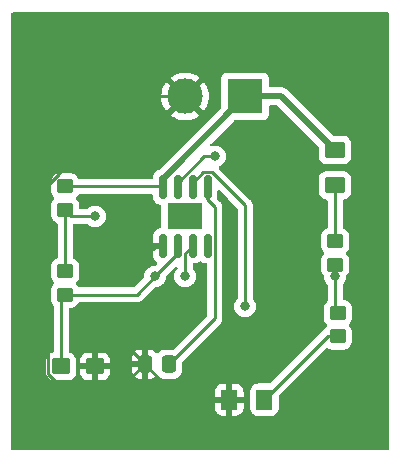
<source format=gbr>
%TF.GenerationSoftware,KiCad,Pcbnew,(6.0.10-0)*%
%TF.CreationDate,2023-02-17T12:22:24-08:00*%
%TF.ProjectId,Lab 1 Exercise 2,4c616220-3120-4457-9865-726369736520,rev?*%
%TF.SameCoordinates,Original*%
%TF.FileFunction,Copper,L1,Top*%
%TF.FilePolarity,Positive*%
%FSLAX46Y46*%
G04 Gerber Fmt 4.6, Leading zero omitted, Abs format (unit mm)*
G04 Created by KiCad (PCBNEW (6.0.10-0)) date 2023-02-17 12:22:24*
%MOMM*%
%LPD*%
G01*
G04 APERTURE LIST*
G04 Aperture macros list*
%AMRoundRect*
0 Rectangle with rounded corners*
0 $1 Rounding radius*
0 $2 $3 $4 $5 $6 $7 $8 $9 X,Y pos of 4 corners*
0 Add a 4 corners polygon primitive as box body*
4,1,4,$2,$3,$4,$5,$6,$7,$8,$9,$2,$3,0*
0 Add four circle primitives for the rounded corners*
1,1,$1+$1,$2,$3*
1,1,$1+$1,$4,$5*
1,1,$1+$1,$6,$7*
1,1,$1+$1,$8,$9*
0 Add four rect primitives between the rounded corners*
20,1,$1+$1,$2,$3,$4,$5,0*
20,1,$1+$1,$4,$5,$6,$7,0*
20,1,$1+$1,$6,$7,$8,$9,0*
20,1,$1+$1,$8,$9,$2,$3,0*%
G04 Aperture macros list end*
%TA.AperFunction,SMDPad,CuDef*%
%ADD10RoundRect,0.250000X-0.450000X0.350000X-0.450000X-0.350000X0.450000X-0.350000X0.450000X0.350000X0*%
%TD*%
%TA.AperFunction,SMDPad,CuDef*%
%ADD11RoundRect,0.150000X0.150000X-0.825000X0.150000X0.825000X-0.150000X0.825000X-0.150000X-0.825000X0*%
%TD*%
%TA.AperFunction,SMDPad,CuDef*%
%ADD12R,3.000000X2.290000*%
%TD*%
%TA.AperFunction,SMDPad,CuDef*%
%ADD13RoundRect,0.250001X0.624999X-0.462499X0.624999X0.462499X-0.624999X0.462499X-0.624999X-0.462499X0*%
%TD*%
%TA.AperFunction,SMDPad,CuDef*%
%ADD14RoundRect,0.250000X-0.537500X-0.425000X0.537500X-0.425000X0.537500X0.425000X-0.537500X0.425000X0*%
%TD*%
%TA.AperFunction,SMDPad,CuDef*%
%ADD15RoundRect,0.250001X-0.462499X-0.624999X0.462499X-0.624999X0.462499X0.624999X-0.462499X0.624999X0*%
%TD*%
%TA.AperFunction,ComponentPad*%
%ADD16R,3.000000X3.000000*%
%TD*%
%TA.AperFunction,ComponentPad*%
%ADD17C,3.000000*%
%TD*%
%TA.AperFunction,SMDPad,CuDef*%
%ADD18RoundRect,0.250000X0.337500X0.475000X-0.337500X0.475000X-0.337500X-0.475000X0.337500X-0.475000X0*%
%TD*%
%TA.AperFunction,ViaPad*%
%ADD19C,0.800000*%
%TD*%
%TA.AperFunction,Conductor*%
%ADD20C,0.254000*%
%TD*%
%TA.AperFunction,Conductor*%
%ADD21C,0.508000*%
%TD*%
G04 APERTURE END LIST*
D10*
%TO.P,R1,1*%
%TO.N,Net-(D1-Pad2)*%
X132080000Y-78740000D03*
%TO.P,R1,2*%
%TO.N,/pin_7*%
X132080000Y-80740000D03*
%TD*%
D11*
%TO.P,U1,1,GND*%
%TO.N,GND*%
X140335000Y-83755000D03*
%TO.P,U1,2,TR*%
%TO.N,/pin_2*%
X141605000Y-83755000D03*
%TO.P,U1,3,Q*%
%TO.N,/pin_3*%
X142875000Y-83755000D03*
%TO.P,U1,4,R*%
%TO.N,/+9V*%
X144145000Y-83755000D03*
%TO.P,U1,5,CV*%
%TO.N,Net-(C2-Pad1)*%
X144145000Y-78805000D03*
%TO.P,U1,6,THR*%
%TO.N,/pin_2*%
X142875000Y-78805000D03*
%TO.P,U1,7,DIS*%
%TO.N,/pin_7*%
X141605000Y-78805000D03*
%TO.P,U1,8,VCC*%
%TO.N,Net-(D1-Pad2)*%
X140335000Y-78805000D03*
D12*
%TO.P,U1,9*%
%TO.N,N/C*%
X142240000Y-81280000D03*
%TD*%
D13*
%TO.P,D1,1,K*%
%TO.N,Net-(D1-Pad1)*%
X154940000Y-78627500D03*
%TO.P,D1,2,A*%
%TO.N,Net-(D1-Pad2)*%
X154940000Y-75652500D03*
%TD*%
D10*
%TO.P,R4,1*%
%TO.N,/pin_3*%
X155190000Y-89440000D03*
%TO.P,R4,2*%
%TO.N,Net-(D2-Pad2)*%
X155190000Y-91440000D03*
%TD*%
D14*
%TO.P,C1,1*%
%TO.N,/pin_2*%
X131745000Y-93980000D03*
%TO.P,C1,2*%
%TO.N,GND*%
X134620000Y-93980000D03*
%TD*%
D15*
%TO.P,D2,1,K*%
%TO.N,GND*%
X145972500Y-96805000D03*
%TO.P,D2,2,A*%
%TO.N,Net-(D2-Pad2)*%
X148947500Y-96805000D03*
%TD*%
D10*
%TO.P,R2,1*%
%TO.N,/pin_7*%
X132080000Y-85900000D03*
%TO.P,R2,2*%
%TO.N,/pin_2*%
X132080000Y-87900000D03*
%TD*%
D16*
%TO.P,V1,1,Pin_1*%
%TO.N,Net-(D1-Pad2)*%
X147320000Y-71120000D03*
D17*
%TO.P,V1,2,Pin_2*%
%TO.N,GND*%
X142240000Y-71120000D03*
%TD*%
D10*
%TO.P,R3,1*%
%TO.N,Net-(D1-Pad1)*%
X154940000Y-83360000D03*
%TO.P,R3,2*%
%TO.N,/pin_3*%
X154940000Y-85360000D03*
%TD*%
D18*
%TO.P,C2,1*%
%TO.N,Net-(C2-Pad1)*%
X140900000Y-93781252D03*
%TO.P,C2,2*%
%TO.N,GND*%
X138825000Y-93781252D03*
%TD*%
D19*
%TO.N,/pin_2*%
X139700000Y-86360000D03*
X147320000Y-88900000D03*
%TO.N,GND*%
X137160000Y-91440000D03*
X137160000Y-86360000D03*
%TO.N,/pin_7*%
X144780000Y-76200000D03*
X134620000Y-81280000D03*
%TO.N,/pin_3*%
X142240000Y-86360000D03*
X154940000Y-86360000D03*
%TD*%
D20*
%TO.N,/pin_2*%
X143797420Y-77503000D02*
X144492580Y-77503000D01*
X141670000Y-83820000D02*
X141670000Y-84390000D01*
X144492580Y-77503000D02*
X147320000Y-80330420D01*
X141605000Y-83755000D02*
X141670000Y-83820000D01*
X131745000Y-93980000D02*
X131745000Y-88235000D01*
X142875000Y-78805000D02*
X142875000Y-78425420D01*
X139700000Y-86360000D02*
X138160000Y-87900000D01*
X147320000Y-80330420D02*
X147320000Y-88900000D01*
X131745000Y-88235000D02*
X132080000Y-87900000D01*
X142875000Y-78425420D02*
X143797420Y-77503000D01*
X141605000Y-83755000D02*
X141725933Y-83875933D01*
X141605000Y-83755000D02*
X141605000Y-84455000D01*
X141670000Y-84390000D02*
X139700000Y-86360000D01*
X138160000Y-87900000D02*
X132080000Y-87900000D01*
X141605000Y-84455000D02*
X139700000Y-86360000D01*
%TO.N,GND*%
X138825000Y-93781252D02*
X134818748Y-93781252D01*
X137160000Y-92116252D02*
X137160000Y-91440000D01*
X138083999Y-71120000D02*
X130630500Y-78573499D01*
X130630500Y-94644001D02*
X132506499Y-96520000D01*
X130630500Y-78573499D02*
X130630500Y-94644001D01*
X134818748Y-93781252D02*
X134620000Y-93980000D01*
X142240000Y-71120000D02*
X138083999Y-71120000D01*
X138825000Y-93781252D02*
X137160000Y-92116252D01*
X132506499Y-96520000D02*
X136086252Y-96520000D01*
X145972500Y-96805000D02*
X141848748Y-96805000D01*
X141848748Y-96805000D02*
X138825000Y-93781252D01*
X139765000Y-83755000D02*
X137160000Y-86360000D01*
X136086252Y-96520000D02*
X138825000Y-93781252D01*
X140335000Y-83755000D02*
X139765000Y-83755000D01*
%TO.N,Net-(C2-Pad1)*%
X144067000Y-79808000D02*
X144067000Y-78883000D01*
X144772000Y-89909252D02*
X144772000Y-86368000D01*
X144772000Y-80513000D02*
X144067000Y-79808000D01*
X140900000Y-93781252D02*
X144772000Y-89909252D01*
X144772000Y-86368000D02*
X144772000Y-80513000D01*
X144067000Y-78883000D02*
X144145000Y-78805000D01*
%TO.N,Net-(D1-Pad1)*%
X154940000Y-78627500D02*
X154940000Y-83360000D01*
%TO.N,Net-(D1-Pad2)*%
X140335000Y-78105000D02*
X140335000Y-78805000D01*
D21*
X147320000Y-71120000D02*
X150407500Y-71120000D01*
D20*
X140270000Y-78740000D02*
X140335000Y-78805000D01*
X132080000Y-78740000D02*
X140270000Y-78740000D01*
D21*
X147320000Y-71120000D02*
X140335000Y-78105000D01*
X150407500Y-71120000D02*
X154940000Y-75652500D01*
D20*
%TO.N,Net-(D2-Pad2)*%
X155190000Y-91440000D02*
X154312500Y-91440000D01*
X154312500Y-91440000D02*
X148947500Y-96805000D01*
%TO.N,/pin_7*%
X143830420Y-76200000D02*
X144780000Y-76200000D01*
X132080000Y-85900000D02*
X132080000Y-80740000D01*
X132080000Y-80740000D02*
X132620000Y-81280000D01*
X141605000Y-78425420D02*
X143830420Y-76200000D01*
X132620000Y-81280000D02*
X134620000Y-81280000D01*
X141605000Y-78805000D02*
X141605000Y-78425420D01*
%TO.N,/pin_3*%
X154940000Y-86360000D02*
X154940000Y-89190000D01*
X154940000Y-89190000D02*
X155190000Y-89440000D01*
X154940000Y-85360000D02*
X154940000Y-86360000D01*
X142875000Y-83755000D02*
X142240000Y-84390000D01*
X142240000Y-84390000D02*
X142240000Y-86360000D01*
%TD*%
%TA.AperFunction,Conductor*%
%TO.N,GND*%
G36*
X159453621Y-64028502D02*
G01*
X159500114Y-64082158D01*
X159511500Y-64134500D01*
X159511500Y-100965500D01*
X159491498Y-101033621D01*
X159437842Y-101080114D01*
X159385500Y-101091500D01*
X127634500Y-101091500D01*
X127566379Y-101071498D01*
X127519886Y-101017842D01*
X127508500Y-100965500D01*
X127508500Y-97477096D01*
X144752000Y-97477096D01*
X144752337Y-97483611D01*
X144762256Y-97579203D01*
X144765150Y-97592602D01*
X144816588Y-97746783D01*
X144822762Y-97759962D01*
X144908063Y-97897807D01*
X144917099Y-97909208D01*
X145031830Y-98023739D01*
X145043241Y-98032751D01*
X145181245Y-98117818D01*
X145194423Y-98123962D01*
X145348716Y-98175139D01*
X145362081Y-98178005D01*
X145456439Y-98187672D01*
X145462855Y-98188000D01*
X145700385Y-98188000D01*
X145715624Y-98183525D01*
X145716829Y-98182135D01*
X145718500Y-98174452D01*
X145718500Y-98169885D01*
X146226500Y-98169885D01*
X146230975Y-98185124D01*
X146232365Y-98186329D01*
X146240048Y-98188000D01*
X146482096Y-98188000D01*
X146488611Y-98187663D01*
X146584203Y-98177744D01*
X146597602Y-98174850D01*
X146751783Y-98123412D01*
X146764962Y-98117238D01*
X146902807Y-98031937D01*
X146914208Y-98022901D01*
X147028739Y-97908170D01*
X147037751Y-97896759D01*
X147122818Y-97758755D01*
X147128962Y-97745577D01*
X147180139Y-97591284D01*
X147183005Y-97577919D01*
X147192672Y-97483561D01*
X147192834Y-97480400D01*
X147726500Y-97480400D01*
X147726837Y-97483646D01*
X147726837Y-97483650D01*
X147736752Y-97579203D01*
X147737474Y-97586165D01*
X147793450Y-97753945D01*
X147886522Y-97904348D01*
X148011697Y-98029305D01*
X148017927Y-98033145D01*
X148017928Y-98033146D01*
X148155090Y-98117694D01*
X148162262Y-98122115D01*
X148242005Y-98148564D01*
X148323611Y-98175632D01*
X148323613Y-98175632D01*
X148330139Y-98177797D01*
X148336975Y-98178497D01*
X148336978Y-98178498D01*
X148380031Y-98182909D01*
X148434600Y-98188500D01*
X149460400Y-98188500D01*
X149463646Y-98188163D01*
X149463650Y-98188163D01*
X149559307Y-98178238D01*
X149559311Y-98178237D01*
X149566165Y-98177526D01*
X149572701Y-98175345D01*
X149572703Y-98175345D01*
X149704805Y-98131272D01*
X149733945Y-98121550D01*
X149884348Y-98028478D01*
X150009305Y-97903303D01*
X150102115Y-97752738D01*
X150155196Y-97592703D01*
X150155632Y-97591389D01*
X150155632Y-97591387D01*
X150157797Y-97584861D01*
X150158509Y-97577919D01*
X150168172Y-97483598D01*
X150168500Y-97480400D01*
X150168500Y-96534922D01*
X150188502Y-96466801D01*
X150205405Y-96445827D01*
X154193320Y-92457913D01*
X154255632Y-92423887D01*
X154326448Y-92428952D01*
X154348532Y-92439749D01*
X154411030Y-92478274D01*
X154411033Y-92478275D01*
X154417262Y-92482115D01*
X154497005Y-92508564D01*
X154578611Y-92535632D01*
X154578613Y-92535632D01*
X154585139Y-92537797D01*
X154591975Y-92538497D01*
X154591978Y-92538498D01*
X154635031Y-92542909D01*
X154689600Y-92548500D01*
X155690400Y-92548500D01*
X155693646Y-92548163D01*
X155693650Y-92548163D01*
X155789308Y-92538238D01*
X155789312Y-92538237D01*
X155796166Y-92537526D01*
X155802702Y-92535345D01*
X155802704Y-92535345D01*
X155934806Y-92491272D01*
X155963946Y-92481550D01*
X156114348Y-92388478D01*
X156239305Y-92263303D01*
X156332115Y-92112738D01*
X156387797Y-91944861D01*
X156398500Y-91840400D01*
X156398500Y-91039600D01*
X156391596Y-90973058D01*
X156388238Y-90940692D01*
X156388237Y-90940688D01*
X156387526Y-90933834D01*
X156377828Y-90904764D01*
X156333868Y-90773002D01*
X156331550Y-90766054D01*
X156238478Y-90615652D01*
X156151891Y-90529216D01*
X156117812Y-90466934D01*
X156122815Y-90396114D01*
X156151736Y-90351025D01*
X156234134Y-90268483D01*
X156239305Y-90263303D01*
X156246644Y-90251397D01*
X156328275Y-90118968D01*
X156328276Y-90118966D01*
X156332115Y-90112738D01*
X156375609Y-89981607D01*
X156385632Y-89951389D01*
X156385632Y-89951387D01*
X156387797Y-89944861D01*
X156390193Y-89921481D01*
X156398172Y-89843598D01*
X156398500Y-89840400D01*
X156398500Y-89039600D01*
X156395238Y-89008163D01*
X156388238Y-88940692D01*
X156388237Y-88940688D01*
X156387526Y-88933834D01*
X156378429Y-88906565D01*
X156333868Y-88773002D01*
X156331550Y-88766054D01*
X156238478Y-88615652D01*
X156113303Y-88490695D01*
X156102166Y-88483830D01*
X155968968Y-88401725D01*
X155968966Y-88401724D01*
X155962738Y-88397885D01*
X155842934Y-88358148D01*
X155801389Y-88344368D01*
X155801387Y-88344368D01*
X155794861Y-88342203D01*
X155788025Y-88341503D01*
X155788022Y-88341502D01*
X155690400Y-88331500D01*
X155690522Y-88330310D01*
X155628063Y-88308453D01*
X155584366Y-88252496D01*
X155575500Y-88206067D01*
X155575500Y-87060303D01*
X155595502Y-86992182D01*
X155607864Y-86975993D01*
X155674621Y-86901852D01*
X155674622Y-86901851D01*
X155679040Y-86896944D01*
X155774527Y-86731556D01*
X155833542Y-86549928D01*
X155853504Y-86360000D01*
X155856298Y-86360294D01*
X155872816Y-86304038D01*
X155889641Y-86283141D01*
X155984134Y-86188483D01*
X155989305Y-86183303D01*
X156082115Y-86032738D01*
X156137797Y-85864861D01*
X156141495Y-85828774D01*
X156148172Y-85763598D01*
X156148500Y-85760400D01*
X156148500Y-84959600D01*
X156137526Y-84853834D01*
X156081550Y-84686054D01*
X155988478Y-84535652D01*
X155901891Y-84449216D01*
X155867812Y-84386934D01*
X155872815Y-84316114D01*
X155901736Y-84271025D01*
X155984134Y-84188483D01*
X155989305Y-84183303D01*
X156082115Y-84032738D01*
X156137797Y-83864861D01*
X156148500Y-83760400D01*
X156148500Y-82959600D01*
X156138371Y-82861978D01*
X156138238Y-82860692D01*
X156138237Y-82860688D01*
X156137526Y-82853834D01*
X156081550Y-82686054D01*
X155988478Y-82535652D01*
X155863303Y-82410695D01*
X155724852Y-82325352D01*
X155718968Y-82321725D01*
X155718966Y-82321724D01*
X155712738Y-82317885D01*
X155661832Y-82301000D01*
X155603472Y-82260568D01*
X155576236Y-82195004D01*
X155575500Y-82181407D01*
X155575500Y-79966243D01*
X155595502Y-79898122D01*
X155649158Y-79851629D01*
X155688495Y-79840916D01*
X155695530Y-79840186D01*
X155721165Y-79837526D01*
X155727701Y-79835345D01*
X155727703Y-79835345D01*
X155861534Y-79790695D01*
X155888945Y-79781550D01*
X156039348Y-79688478D01*
X156164305Y-79563303D01*
X156202401Y-79501500D01*
X156253275Y-79418968D01*
X156253276Y-79418966D01*
X156257115Y-79412738D01*
X156312797Y-79244861D01*
X156323500Y-79140400D01*
X156323500Y-78114600D01*
X156319309Y-78074209D01*
X156313238Y-78015693D01*
X156313237Y-78015689D01*
X156312526Y-78008835D01*
X156302406Y-77978500D01*
X156258868Y-77848003D01*
X156256550Y-77841055D01*
X156163478Y-77690652D01*
X156038303Y-77565695D01*
X156032072Y-77561854D01*
X155893968Y-77476725D01*
X155893966Y-77476724D01*
X155887738Y-77472885D01*
X155727254Y-77419655D01*
X155726389Y-77419368D01*
X155726387Y-77419368D01*
X155719861Y-77417203D01*
X155713025Y-77416503D01*
X155713022Y-77416502D01*
X155669969Y-77412091D01*
X155615400Y-77406500D01*
X154264600Y-77406500D01*
X154261354Y-77406837D01*
X154261350Y-77406837D01*
X154165693Y-77416762D01*
X154165689Y-77416763D01*
X154158835Y-77417474D01*
X154152299Y-77419655D01*
X154152297Y-77419655D01*
X154056820Y-77451509D01*
X153991055Y-77473450D01*
X153840652Y-77566522D01*
X153835479Y-77571704D01*
X153775787Y-77631500D01*
X153715695Y-77691697D01*
X153711855Y-77697927D01*
X153711854Y-77697928D01*
X153709514Y-77701725D01*
X153622885Y-77842262D01*
X153567203Y-78010139D01*
X153556500Y-78114600D01*
X153556500Y-79140400D01*
X153556837Y-79143646D01*
X153556837Y-79143650D01*
X153566762Y-79239307D01*
X153566763Y-79239311D01*
X153567474Y-79246165D01*
X153569655Y-79252701D01*
X153569655Y-79252703D01*
X153610624Y-79375500D01*
X153623450Y-79413945D01*
X153716522Y-79564348D01*
X153841697Y-79689305D01*
X153847927Y-79693145D01*
X153847928Y-79693146D01*
X153985090Y-79777694D01*
X153992262Y-79782115D01*
X154072005Y-79808564D01*
X154153611Y-79835632D01*
X154153613Y-79835632D01*
X154160139Y-79837797D01*
X154166977Y-79838498D01*
X154166979Y-79838498D01*
X154187134Y-79840563D01*
X154190581Y-79840916D01*
X154191342Y-79840994D01*
X154257069Y-79867835D01*
X154297852Y-79925950D01*
X154304500Y-79966338D01*
X154304500Y-82181470D01*
X154284498Y-82249591D01*
X154230842Y-82296084D01*
X154218376Y-82300994D01*
X154166054Y-82318450D01*
X154015652Y-82411522D01*
X153890695Y-82536697D01*
X153886855Y-82542927D01*
X153886854Y-82542928D01*
X153807475Y-82671705D01*
X153797885Y-82687262D01*
X153795581Y-82694209D01*
X153749657Y-82832667D01*
X153742203Y-82855139D01*
X153731500Y-82959600D01*
X153731500Y-83760400D01*
X153742474Y-83866166D01*
X153798450Y-84033946D01*
X153891522Y-84184348D01*
X153896704Y-84189521D01*
X153978109Y-84270784D01*
X154012188Y-84333066D01*
X154007185Y-84403886D01*
X153978264Y-84448975D01*
X153902940Y-84524431D01*
X153890695Y-84536697D01*
X153886855Y-84542927D01*
X153886854Y-84542928D01*
X153804004Y-84677336D01*
X153797885Y-84687262D01*
X153795581Y-84694209D01*
X153746893Y-84841000D01*
X153742203Y-84855139D01*
X153741503Y-84861975D01*
X153741502Y-84861978D01*
X153737091Y-84905031D01*
X153731500Y-84959600D01*
X153731500Y-85760400D01*
X153731837Y-85763646D01*
X153731837Y-85763650D01*
X153737492Y-85818148D01*
X153742474Y-85866166D01*
X153798450Y-86033946D01*
X153891522Y-86184348D01*
X153896704Y-86189521D01*
X153990204Y-86282858D01*
X154024283Y-86345140D01*
X154025894Y-86360063D01*
X154026496Y-86360000D01*
X154046458Y-86549928D01*
X154105473Y-86731556D01*
X154200960Y-86896944D01*
X154205378Y-86901851D01*
X154205379Y-86901852D01*
X154272136Y-86975993D01*
X154302854Y-87040000D01*
X154304500Y-87060303D01*
X154304500Y-88400902D01*
X154284498Y-88469023D01*
X154264849Y-88490721D01*
X154265652Y-88491522D01*
X154140695Y-88616697D01*
X154136855Y-88622927D01*
X154136854Y-88622928D01*
X154074338Y-88724348D01*
X154047885Y-88767262D01*
X154045581Y-88774209D01*
X154001681Y-88906565D01*
X153992203Y-88935139D01*
X153991503Y-88941975D01*
X153991502Y-88941978D01*
X153987091Y-88985031D01*
X153981500Y-89039600D01*
X153981500Y-89840400D01*
X153981837Y-89843646D01*
X153981837Y-89843650D01*
X153991544Y-89937202D01*
X153992474Y-89946166D01*
X154048450Y-90113946D01*
X154141522Y-90264348D01*
X154146704Y-90269521D01*
X154228109Y-90350784D01*
X154262188Y-90413066D01*
X154257185Y-90483886D01*
X154228264Y-90528975D01*
X154152940Y-90604431D01*
X154140695Y-90616697D01*
X154047885Y-90767262D01*
X154045581Y-90774209D01*
X154025912Y-90833509D01*
X153980382Y-90895776D01*
X153968000Y-90904773D01*
X153958090Y-90911281D01*
X153926732Y-90929826D01*
X153926728Y-90929829D01*
X153919902Y-90933866D01*
X153905518Y-90948250D01*
X153890484Y-90961091D01*
X153874013Y-90973058D01*
X153868960Y-90979166D01*
X153845723Y-91007255D01*
X153837733Y-91016035D01*
X149469172Y-95384595D01*
X149406860Y-95418621D01*
X149380077Y-95421500D01*
X148434600Y-95421500D01*
X148431354Y-95421837D01*
X148431350Y-95421837D01*
X148335693Y-95431762D01*
X148335689Y-95431763D01*
X148328835Y-95432474D01*
X148322299Y-95434655D01*
X148322297Y-95434655D01*
X148305932Y-95440115D01*
X148161055Y-95488450D01*
X148010652Y-95581522D01*
X147885695Y-95706697D01*
X147792885Y-95857262D01*
X147790581Y-95864209D01*
X147739771Y-96017398D01*
X147737203Y-96025139D01*
X147736503Y-96031975D01*
X147736502Y-96031978D01*
X147732091Y-96075031D01*
X147726500Y-96129600D01*
X147726500Y-97480400D01*
X147192834Y-97480400D01*
X147193000Y-97477145D01*
X147193000Y-97077115D01*
X147188525Y-97061876D01*
X147187135Y-97060671D01*
X147179452Y-97059000D01*
X146244615Y-97059000D01*
X146229376Y-97063475D01*
X146228171Y-97064865D01*
X146226500Y-97072548D01*
X146226500Y-98169885D01*
X145718500Y-98169885D01*
X145718500Y-97077115D01*
X145714025Y-97061876D01*
X145712635Y-97060671D01*
X145704952Y-97059000D01*
X144770115Y-97059000D01*
X144754876Y-97063475D01*
X144753671Y-97064865D01*
X144752000Y-97072548D01*
X144752000Y-97477096D01*
X127508500Y-97477096D01*
X127508500Y-96532885D01*
X144752000Y-96532885D01*
X144756475Y-96548124D01*
X144757865Y-96549329D01*
X144765548Y-96551000D01*
X145700385Y-96551000D01*
X145715624Y-96546525D01*
X145716829Y-96545135D01*
X145718500Y-96537452D01*
X145718500Y-96532885D01*
X146226500Y-96532885D01*
X146230975Y-96548124D01*
X146232365Y-96549329D01*
X146240048Y-96551000D01*
X147174885Y-96551000D01*
X147190124Y-96546525D01*
X147191329Y-96545135D01*
X147193000Y-96537452D01*
X147193000Y-96132904D01*
X147192663Y-96126389D01*
X147182744Y-96030797D01*
X147179850Y-96017398D01*
X147128412Y-95863217D01*
X147122238Y-95850038D01*
X147036937Y-95712193D01*
X147027901Y-95700792D01*
X146913170Y-95586261D01*
X146901759Y-95577249D01*
X146763755Y-95492182D01*
X146750577Y-95486038D01*
X146596284Y-95434861D01*
X146582919Y-95431995D01*
X146488561Y-95422328D01*
X146482144Y-95422000D01*
X146244615Y-95422000D01*
X146229376Y-95426475D01*
X146228171Y-95427865D01*
X146226500Y-95435548D01*
X146226500Y-96532885D01*
X145718500Y-96532885D01*
X145718500Y-95440115D01*
X145714025Y-95424876D01*
X145712635Y-95423671D01*
X145704952Y-95422000D01*
X145462904Y-95422000D01*
X145456389Y-95422337D01*
X145360797Y-95432256D01*
X145347398Y-95435150D01*
X145193217Y-95486588D01*
X145180038Y-95492762D01*
X145042193Y-95578063D01*
X145030792Y-95587099D01*
X144916261Y-95701830D01*
X144907249Y-95713241D01*
X144822182Y-95851245D01*
X144816038Y-95864423D01*
X144764861Y-96018716D01*
X144761995Y-96032081D01*
X144752328Y-96126439D01*
X144752000Y-96132856D01*
X144752000Y-96532885D01*
X127508500Y-96532885D01*
X127508500Y-94455400D01*
X130449000Y-94455400D01*
X130449337Y-94458646D01*
X130449337Y-94458650D01*
X130459252Y-94554206D01*
X130459974Y-94561166D01*
X130462155Y-94567702D01*
X130462155Y-94567704D01*
X130500020Y-94681199D01*
X130515950Y-94728946D01*
X130609022Y-94879348D01*
X130734197Y-95004305D01*
X130740427Y-95008145D01*
X130740428Y-95008146D01*
X130877788Y-95092816D01*
X130884762Y-95097115D01*
X130964505Y-95123564D01*
X131046111Y-95150632D01*
X131046113Y-95150632D01*
X131052639Y-95152797D01*
X131059475Y-95153497D01*
X131059478Y-95153498D01*
X131102531Y-95157909D01*
X131157100Y-95163500D01*
X132332900Y-95163500D01*
X132336146Y-95163163D01*
X132336150Y-95163163D01*
X132431808Y-95153238D01*
X132431812Y-95153237D01*
X132438666Y-95152526D01*
X132445202Y-95150345D01*
X132445204Y-95150345D01*
X132577306Y-95106272D01*
X132606446Y-95096550D01*
X132756848Y-95003478D01*
X132881805Y-94878303D01*
X132896336Y-94854730D01*
X132970775Y-94733968D01*
X132970776Y-94733966D01*
X132974615Y-94727738D01*
X133025927Y-94573036D01*
X133028132Y-94566389D01*
X133028132Y-94566387D01*
X133030297Y-94559861D01*
X133041000Y-94455400D01*
X133041000Y-94452095D01*
X133324501Y-94452095D01*
X133324838Y-94458614D01*
X133334757Y-94554206D01*
X133337649Y-94567600D01*
X133389088Y-94721784D01*
X133395261Y-94734962D01*
X133480563Y-94872807D01*
X133489599Y-94884208D01*
X133604329Y-94998739D01*
X133615740Y-95007751D01*
X133753743Y-95092816D01*
X133766924Y-95098963D01*
X133921210Y-95150138D01*
X133934586Y-95153005D01*
X134028938Y-95162672D01*
X134035354Y-95163000D01*
X134347885Y-95163000D01*
X134363124Y-95158525D01*
X134364329Y-95157135D01*
X134366000Y-95149452D01*
X134366000Y-95144884D01*
X134874000Y-95144884D01*
X134878475Y-95160123D01*
X134879865Y-95161328D01*
X134887548Y-95162999D01*
X135204595Y-95162999D01*
X135211114Y-95162662D01*
X135306706Y-95152743D01*
X135320100Y-95149851D01*
X135474284Y-95098412D01*
X135487462Y-95092239D01*
X135625307Y-95006937D01*
X135636708Y-94997901D01*
X135751239Y-94883171D01*
X135760251Y-94871760D01*
X135845316Y-94733757D01*
X135851463Y-94720576D01*
X135902638Y-94566290D01*
X135905505Y-94552914D01*
X135915172Y-94458562D01*
X135915500Y-94452146D01*
X135915500Y-94303347D01*
X137729501Y-94303347D01*
X137729838Y-94309866D01*
X137739757Y-94405458D01*
X137742649Y-94418852D01*
X137794088Y-94573036D01*
X137800261Y-94586214D01*
X137885563Y-94724059D01*
X137894599Y-94735460D01*
X138009329Y-94849991D01*
X138020740Y-94859003D01*
X138158743Y-94944068D01*
X138171924Y-94950215D01*
X138326210Y-95001390D01*
X138339586Y-95004257D01*
X138433938Y-95013924D01*
X138440354Y-95014252D01*
X138552885Y-95014252D01*
X138568124Y-95009777D01*
X138569329Y-95008387D01*
X138571000Y-95000704D01*
X138571000Y-94053367D01*
X138566525Y-94038128D01*
X138565135Y-94036923D01*
X138557452Y-94035252D01*
X137747616Y-94035252D01*
X137732377Y-94039727D01*
X137731172Y-94041117D01*
X137729501Y-94048800D01*
X137729501Y-94303347D01*
X135915500Y-94303347D01*
X135915500Y-94252115D01*
X135911025Y-94236876D01*
X135909635Y-94235671D01*
X135901952Y-94234000D01*
X134892115Y-94234000D01*
X134876876Y-94238475D01*
X134875671Y-94239865D01*
X134874000Y-94247548D01*
X134874000Y-95144884D01*
X134366000Y-95144884D01*
X134366000Y-94252115D01*
X134361525Y-94236876D01*
X134360135Y-94235671D01*
X134352452Y-94234000D01*
X133342616Y-94234000D01*
X133327377Y-94238475D01*
X133326172Y-94239865D01*
X133324501Y-94247548D01*
X133324501Y-94452095D01*
X133041000Y-94452095D01*
X133041000Y-93707885D01*
X133324500Y-93707885D01*
X133328975Y-93723124D01*
X133330365Y-93724329D01*
X133338048Y-93726000D01*
X134347885Y-93726000D01*
X134363124Y-93721525D01*
X134364329Y-93720135D01*
X134366000Y-93712452D01*
X134366000Y-93707885D01*
X134874000Y-93707885D01*
X134878475Y-93723124D01*
X134879865Y-93724329D01*
X134887548Y-93726000D01*
X135897384Y-93726000D01*
X135912623Y-93721525D01*
X135913828Y-93720135D01*
X135915499Y-93712452D01*
X135915499Y-93509137D01*
X137729500Y-93509137D01*
X137733975Y-93524376D01*
X137735365Y-93525581D01*
X137743048Y-93527252D01*
X138552885Y-93527252D01*
X138568124Y-93522777D01*
X138569329Y-93521387D01*
X138571000Y-93513704D01*
X138571000Y-92566368D01*
X138566525Y-92551129D01*
X138565135Y-92549924D01*
X138557452Y-92548253D01*
X138440405Y-92548253D01*
X138433886Y-92548590D01*
X138338294Y-92558509D01*
X138324900Y-92561401D01*
X138170716Y-92612840D01*
X138157538Y-92619013D01*
X138019693Y-92704315D01*
X138008292Y-92713351D01*
X137893761Y-92828081D01*
X137884749Y-92839492D01*
X137799684Y-92977495D01*
X137793537Y-92990676D01*
X137742362Y-93144962D01*
X137739495Y-93158338D01*
X137729828Y-93252690D01*
X137729500Y-93259107D01*
X137729500Y-93509137D01*
X135915499Y-93509137D01*
X135915499Y-93507905D01*
X135915162Y-93501386D01*
X135905243Y-93405794D01*
X135902351Y-93392400D01*
X135850912Y-93238216D01*
X135844739Y-93225038D01*
X135759437Y-93087193D01*
X135750401Y-93075792D01*
X135635671Y-92961261D01*
X135624260Y-92952249D01*
X135486257Y-92867184D01*
X135473076Y-92861037D01*
X135318790Y-92809862D01*
X135305414Y-92806995D01*
X135211062Y-92797328D01*
X135204645Y-92797000D01*
X134892115Y-92797000D01*
X134876876Y-92801475D01*
X134875671Y-92802865D01*
X134874000Y-92810548D01*
X134874000Y-93707885D01*
X134366000Y-93707885D01*
X134366000Y-92815116D01*
X134361525Y-92799877D01*
X134360135Y-92798672D01*
X134352452Y-92797001D01*
X134035405Y-92797001D01*
X134028886Y-92797338D01*
X133933294Y-92807257D01*
X133919900Y-92810149D01*
X133765716Y-92861588D01*
X133752538Y-92867761D01*
X133614693Y-92953063D01*
X133603292Y-92962099D01*
X133488761Y-93076829D01*
X133479749Y-93088240D01*
X133394684Y-93226243D01*
X133388537Y-93239424D01*
X133337362Y-93393710D01*
X133334495Y-93407086D01*
X133324828Y-93501438D01*
X133324500Y-93507855D01*
X133324500Y-93707885D01*
X133041000Y-93707885D01*
X133041000Y-93504600D01*
X133040663Y-93501350D01*
X133030738Y-93405692D01*
X133030737Y-93405688D01*
X133030026Y-93398834D01*
X132974050Y-93231054D01*
X132880978Y-93080652D01*
X132755803Y-92955695D01*
X132749572Y-92951854D01*
X132611468Y-92866725D01*
X132611466Y-92866724D01*
X132605238Y-92862885D01*
X132499357Y-92827766D01*
X132466833Y-92816978D01*
X132408473Y-92776547D01*
X132381236Y-92710983D01*
X132380500Y-92697385D01*
X132380500Y-89134500D01*
X132400502Y-89066379D01*
X132454158Y-89019886D01*
X132506500Y-89008500D01*
X132580400Y-89008500D01*
X132583646Y-89008163D01*
X132583650Y-89008163D01*
X132679308Y-88998238D01*
X132679312Y-88998237D01*
X132686166Y-88997526D01*
X132692702Y-88995345D01*
X132692704Y-88995345D01*
X132846998Y-88943868D01*
X132853946Y-88941550D01*
X133004348Y-88848478D01*
X133129305Y-88723303D01*
X133141331Y-88703794D01*
X133208156Y-88595384D01*
X133260929Y-88547890D01*
X133315416Y-88535500D01*
X138080980Y-88535500D01*
X138092214Y-88536030D01*
X138099719Y-88537708D01*
X138168012Y-88535562D01*
X138171969Y-88535500D01*
X138199983Y-88535500D01*
X138203908Y-88535004D01*
X138203909Y-88535004D01*
X138204004Y-88534992D01*
X138215849Y-88534059D01*
X138245670Y-88533122D01*
X138252282Y-88532914D01*
X138252283Y-88532914D01*
X138260205Y-88532665D01*
X138279749Y-88526987D01*
X138299112Y-88522977D01*
X138311440Y-88521420D01*
X138311442Y-88521420D01*
X138319299Y-88520427D01*
X138326663Y-88517511D01*
X138326668Y-88517510D01*
X138360556Y-88504093D01*
X138371785Y-88500248D01*
X138388465Y-88495402D01*
X138414393Y-88487869D01*
X138421220Y-88483831D01*
X138421223Y-88483830D01*
X138431906Y-88477512D01*
X138449664Y-88468812D01*
X138461215Y-88464239D01*
X138461221Y-88464235D01*
X138468588Y-88461319D01*
X138504491Y-88435234D01*
X138514410Y-88428719D01*
X138545768Y-88410174D01*
X138545772Y-88410171D01*
X138552598Y-88406134D01*
X138566982Y-88391750D01*
X138582016Y-88378909D01*
X138592073Y-88371602D01*
X138598487Y-88366942D01*
X138626778Y-88332744D01*
X138634767Y-88323965D01*
X139653328Y-87305405D01*
X139715640Y-87271379D01*
X139742423Y-87268500D01*
X139795487Y-87268500D01*
X139801939Y-87267128D01*
X139801944Y-87267128D01*
X139888888Y-87248647D01*
X139982288Y-87228794D01*
X139988319Y-87226109D01*
X140150722Y-87153803D01*
X140150724Y-87153802D01*
X140156752Y-87151118D01*
X140311253Y-87038866D01*
X140335500Y-87011937D01*
X140434621Y-86901852D01*
X140434622Y-86901851D01*
X140439040Y-86896944D01*
X140534527Y-86731556D01*
X140593542Y-86549928D01*
X140610575Y-86387867D01*
X140637588Y-86322210D01*
X140646781Y-86311951D01*
X141389407Y-85569326D01*
X141451717Y-85535302D01*
X141522533Y-85540367D01*
X141579368Y-85582914D01*
X141604179Y-85649434D01*
X141604500Y-85658423D01*
X141604500Y-85659697D01*
X141584498Y-85727818D01*
X141572136Y-85744006D01*
X141500960Y-85823056D01*
X141405473Y-85988444D01*
X141346458Y-86170072D01*
X141345768Y-86176633D01*
X141345768Y-86176635D01*
X141332378Y-86304038D01*
X141326496Y-86360000D01*
X141346458Y-86549928D01*
X141405473Y-86731556D01*
X141500960Y-86896944D01*
X141505378Y-86901851D01*
X141505379Y-86901852D01*
X141604500Y-87011937D01*
X141628747Y-87038866D01*
X141783248Y-87151118D01*
X141789276Y-87153802D01*
X141789278Y-87153803D01*
X141951681Y-87226109D01*
X141957712Y-87228794D01*
X142051113Y-87248647D01*
X142138056Y-87267128D01*
X142138061Y-87267128D01*
X142144513Y-87268500D01*
X142335487Y-87268500D01*
X142341939Y-87267128D01*
X142341944Y-87267128D01*
X142428888Y-87248647D01*
X142522288Y-87228794D01*
X142528319Y-87226109D01*
X142690722Y-87153803D01*
X142690724Y-87153802D01*
X142696752Y-87151118D01*
X142851253Y-87038866D01*
X142875500Y-87011937D01*
X142974621Y-86901852D01*
X142974622Y-86901851D01*
X142979040Y-86896944D01*
X143074527Y-86731556D01*
X143133542Y-86549928D01*
X143153504Y-86360000D01*
X143147622Y-86304038D01*
X143134232Y-86176635D01*
X143134232Y-86176633D01*
X143133542Y-86170072D01*
X143074527Y-85988444D01*
X142979040Y-85823056D01*
X142907864Y-85744007D01*
X142877146Y-85680000D01*
X142875500Y-85659697D01*
X142875500Y-85364500D01*
X142895502Y-85296379D01*
X142949158Y-85249886D01*
X143001500Y-85238500D01*
X143091502Y-85238500D01*
X143093950Y-85238307D01*
X143093958Y-85238307D01*
X143122421Y-85236067D01*
X143122426Y-85236066D01*
X143128831Y-85235562D01*
X143228769Y-85206528D01*
X143280988Y-85191357D01*
X143280990Y-85191356D01*
X143288601Y-85189145D01*
X143431807Y-85104453D01*
X143434489Y-85101771D01*
X143498861Y-85076498D01*
X143568484Y-85090400D01*
X143584312Y-85100572D01*
X143588193Y-85104453D01*
X143731399Y-85189145D01*
X143739010Y-85191356D01*
X143739012Y-85191357D01*
X143791231Y-85206528D01*
X143891169Y-85235562D01*
X143897574Y-85236066D01*
X143897579Y-85236067D01*
X143926042Y-85238307D01*
X143926050Y-85238307D01*
X143928498Y-85238500D01*
X144010500Y-85238500D01*
X144078621Y-85258502D01*
X144125114Y-85312158D01*
X144136500Y-85364500D01*
X144136500Y-89593830D01*
X144116498Y-89661951D01*
X144099595Y-89682925D01*
X141271672Y-92510847D01*
X141209360Y-92544873D01*
X141182577Y-92547752D01*
X140512100Y-92547752D01*
X140508854Y-92548089D01*
X140508850Y-92548089D01*
X140413192Y-92558014D01*
X140413188Y-92558015D01*
X140406334Y-92558726D01*
X140399798Y-92560907D01*
X140399796Y-92560907D01*
X140383428Y-92566368D01*
X140238554Y-92614702D01*
X140088152Y-92707774D01*
X139963195Y-92832949D01*
X139960398Y-92837487D01*
X139903147Y-92878076D01*
X139832224Y-92881306D01*
X139770813Y-92845680D01*
X139763438Y-92837184D01*
X139755402Y-92827045D01*
X139640671Y-92712513D01*
X139629260Y-92703501D01*
X139491257Y-92618436D01*
X139478076Y-92612289D01*
X139323790Y-92561114D01*
X139310414Y-92558247D01*
X139216062Y-92548580D01*
X139209645Y-92548252D01*
X139097115Y-92548252D01*
X139081876Y-92552727D01*
X139080671Y-92554117D01*
X139079000Y-92561800D01*
X139079000Y-94996136D01*
X139083475Y-95011375D01*
X139084865Y-95012580D01*
X139092548Y-95014251D01*
X139209595Y-95014251D01*
X139216114Y-95013914D01*
X139311706Y-95003995D01*
X139325100Y-95001103D01*
X139479284Y-94949664D01*
X139492462Y-94943491D01*
X139630307Y-94858189D01*
X139641708Y-94849153D01*
X139756238Y-94734424D01*
X139763294Y-94725490D01*
X139821212Y-94684429D01*
X139892135Y-94681199D01*
X139953546Y-94716826D01*
X139960346Y-94724659D01*
X139964022Y-94730600D01*
X140089197Y-94855557D01*
X140095427Y-94859397D01*
X140095428Y-94859398D01*
X140232788Y-94944068D01*
X140239762Y-94948367D01*
X140319505Y-94974816D01*
X140401111Y-95001884D01*
X140401113Y-95001884D01*
X140407639Y-95004049D01*
X140414475Y-95004749D01*
X140414478Y-95004750D01*
X140457531Y-95009161D01*
X140512100Y-95014752D01*
X141287900Y-95014752D01*
X141291146Y-95014415D01*
X141291150Y-95014415D01*
X141386808Y-95004490D01*
X141386812Y-95004489D01*
X141393666Y-95003778D01*
X141400202Y-95001597D01*
X141400204Y-95001597D01*
X141532306Y-94957524D01*
X141561446Y-94947802D01*
X141711848Y-94854730D01*
X141836805Y-94729555D01*
X141929615Y-94578990D01*
X141985297Y-94411113D01*
X141996000Y-94306652D01*
X141996000Y-93636174D01*
X142016002Y-93568053D01*
X142032905Y-93547079D01*
X145165483Y-90414502D01*
X145173809Y-90406926D01*
X145180303Y-90402805D01*
X145227086Y-90352986D01*
X145229840Y-90350145D01*
X145249639Y-90330346D01*
X145252063Y-90327221D01*
X145252071Y-90327212D01*
X145252137Y-90327126D01*
X145259845Y-90318101D01*
X145284790Y-90291537D01*
X145290217Y-90285758D01*
X145300023Y-90267921D01*
X145310873Y-90251405D01*
X145323350Y-90235319D01*
X145340976Y-90194586D01*
X145346193Y-90183938D01*
X145363749Y-90152003D01*
X145367569Y-90145055D01*
X145369540Y-90137380D01*
X145369542Y-90137374D01*
X145372631Y-90125341D01*
X145379034Y-90106639D01*
X145387117Y-90087960D01*
X145394060Y-90044125D01*
X145396467Y-90032503D01*
X145407500Y-89989534D01*
X145407500Y-89969187D01*
X145409051Y-89949476D01*
X145410995Y-89937202D01*
X145412235Y-89929373D01*
X145408059Y-89885196D01*
X145407500Y-89873338D01*
X145407500Y-80592032D01*
X145408030Y-80580793D01*
X145409709Y-80573281D01*
X145407562Y-80504969D01*
X145407500Y-80501012D01*
X145407500Y-80473017D01*
X145406992Y-80468994D01*
X145406059Y-80457152D01*
X145404914Y-80420718D01*
X145404665Y-80412796D01*
X145398988Y-80393257D01*
X145394979Y-80373896D01*
X145393422Y-80361568D01*
X145393419Y-80361558D01*
X145392427Y-80353701D01*
X145389509Y-80346330D01*
X145376094Y-80312446D01*
X145372249Y-80301219D01*
X145370269Y-80294403D01*
X145359869Y-80258607D01*
X145354479Y-80249494D01*
X145349510Y-80241091D01*
X145340813Y-80223341D01*
X145333319Y-80204412D01*
X145307238Y-80168514D01*
X145300722Y-80158594D01*
X145282173Y-80127229D01*
X145282171Y-80127226D01*
X145278135Y-80120402D01*
X145263747Y-80106014D01*
X145250906Y-80090980D01*
X145243602Y-80080927D01*
X145238942Y-80074513D01*
X145204750Y-80046227D01*
X145195971Y-80038238D01*
X144987332Y-79829599D01*
X144953306Y-79767287D01*
X144950815Y-79730618D01*
X144953307Y-79698959D01*
X144953307Y-79698949D01*
X144953500Y-79696502D01*
X144953500Y-79166842D01*
X144973502Y-79098721D01*
X145027158Y-79052228D01*
X145097432Y-79042124D01*
X145162012Y-79071618D01*
X145168593Y-79077745D01*
X145919822Y-79828975D01*
X146647595Y-80556748D01*
X146681621Y-80619060D01*
X146684500Y-80645843D01*
X146684500Y-88199697D01*
X146664498Y-88267818D01*
X146652136Y-88284007D01*
X146612371Y-88328171D01*
X146580960Y-88363056D01*
X146539287Y-88435236D01*
X146490102Y-88520427D01*
X146485473Y-88528444D01*
X146426458Y-88710072D01*
X146425768Y-88716633D01*
X146425768Y-88716635D01*
X146424523Y-88728483D01*
X146406496Y-88900000D01*
X146407186Y-88906565D01*
X146421512Y-89042866D01*
X146426458Y-89089928D01*
X146485473Y-89271556D01*
X146580960Y-89436944D01*
X146708747Y-89578866D01*
X146863248Y-89691118D01*
X146869276Y-89693802D01*
X146869278Y-89693803D01*
X147031681Y-89766109D01*
X147037712Y-89768794D01*
X147131112Y-89788647D01*
X147218056Y-89807128D01*
X147218061Y-89807128D01*
X147224513Y-89808500D01*
X147415487Y-89808500D01*
X147421939Y-89807128D01*
X147421944Y-89807128D01*
X147508887Y-89788647D01*
X147602288Y-89768794D01*
X147608319Y-89766109D01*
X147770722Y-89693803D01*
X147770724Y-89693802D01*
X147776752Y-89691118D01*
X147931253Y-89578866D01*
X148059040Y-89436944D01*
X148154527Y-89271556D01*
X148213542Y-89089928D01*
X148218489Y-89042866D01*
X148232814Y-88906565D01*
X148233504Y-88900000D01*
X148215477Y-88728483D01*
X148214232Y-88716635D01*
X148214232Y-88716633D01*
X148213542Y-88710072D01*
X148154527Y-88528444D01*
X148149899Y-88520427D01*
X148100713Y-88435236D01*
X148059040Y-88363056D01*
X148027630Y-88328171D01*
X147987864Y-88284007D01*
X147957146Y-88220000D01*
X147955500Y-88199697D01*
X147955500Y-80409452D01*
X147956030Y-80398213D01*
X147957709Y-80390701D01*
X147955562Y-80322389D01*
X147955500Y-80318432D01*
X147955500Y-80290437D01*
X147954992Y-80286414D01*
X147954059Y-80274572D01*
X147953797Y-80266217D01*
X147952665Y-80230215D01*
X147946987Y-80210671D01*
X147942977Y-80191308D01*
X147941420Y-80178980D01*
X147941420Y-80178978D01*
X147940427Y-80171121D01*
X147937511Y-80163757D01*
X147937510Y-80163752D01*
X147924093Y-80129864D01*
X147920248Y-80118635D01*
X147910080Y-80083639D01*
X147907869Y-80076027D01*
X147899001Y-80061032D01*
X147897510Y-80058511D01*
X147888813Y-80040761D01*
X147881319Y-80021832D01*
X147855238Y-79985934D01*
X147848722Y-79976014D01*
X147830173Y-79944649D01*
X147830171Y-79944646D01*
X147826135Y-79937822D01*
X147811747Y-79923434D01*
X147798906Y-79908400D01*
X147791602Y-79898347D01*
X147786942Y-79891933D01*
X147752750Y-79863647D01*
X147743971Y-79855658D01*
X145119145Y-77230832D01*
X145085119Y-77168520D01*
X145090184Y-77097705D01*
X145132731Y-77040869D01*
X145156991Y-77026630D01*
X145230722Y-76993803D01*
X145230724Y-76993802D01*
X145236752Y-76991118D01*
X145391253Y-76878866D01*
X145401487Y-76867500D01*
X145514621Y-76741852D01*
X145514622Y-76741851D01*
X145519040Y-76736944D01*
X145601268Y-76594521D01*
X145611223Y-76577279D01*
X145611224Y-76577278D01*
X145614527Y-76571556D01*
X145673542Y-76389928D01*
X145693504Y-76200000D01*
X145673542Y-76010072D01*
X145614527Y-75828444D01*
X145519040Y-75663056D01*
X145391253Y-75521134D01*
X145236752Y-75408882D01*
X145230724Y-75406198D01*
X145230722Y-75406197D01*
X145068319Y-75333891D01*
X145068318Y-75333891D01*
X145062288Y-75331206D01*
X144964559Y-75310433D01*
X144881944Y-75292872D01*
X144881939Y-75292872D01*
X144875487Y-75291500D01*
X144684513Y-75291500D01*
X144678061Y-75292872D01*
X144678056Y-75292872D01*
X144595441Y-75310433D01*
X144519368Y-75326603D01*
X144448578Y-75321201D01*
X144391946Y-75278384D01*
X144367452Y-75211747D01*
X144382873Y-75142445D01*
X144404077Y-75114261D01*
X146352933Y-73165405D01*
X146415245Y-73131379D01*
X146442028Y-73128500D01*
X148868134Y-73128500D01*
X148930316Y-73121745D01*
X149066705Y-73070615D01*
X149183261Y-72983261D01*
X149270615Y-72866705D01*
X149321745Y-72730316D01*
X149328500Y-72668134D01*
X149328500Y-72008500D01*
X149348502Y-71940379D01*
X149402158Y-71893886D01*
X149454500Y-71882500D01*
X150039472Y-71882500D01*
X150107593Y-71902502D01*
X150128567Y-71919405D01*
X153519595Y-75310433D01*
X153553621Y-75372745D01*
X153556500Y-75399528D01*
X153556500Y-76165400D01*
X153567474Y-76271165D01*
X153623450Y-76438945D01*
X153716522Y-76589348D01*
X153841697Y-76714305D01*
X153847927Y-76718145D01*
X153847928Y-76718146D01*
X153985090Y-76802694D01*
X153992262Y-76807115D01*
X154072005Y-76833564D01*
X154153611Y-76860632D01*
X154153613Y-76860632D01*
X154160139Y-76862797D01*
X154166975Y-76863497D01*
X154166978Y-76863498D01*
X154206040Y-76867500D01*
X154264600Y-76873500D01*
X155615400Y-76873500D01*
X155618646Y-76873163D01*
X155618650Y-76873163D01*
X155714307Y-76863238D01*
X155714311Y-76863237D01*
X155721165Y-76862526D01*
X155727701Y-76860345D01*
X155727703Y-76860345D01*
X155859805Y-76816272D01*
X155888945Y-76806550D01*
X156039348Y-76713478D01*
X156164305Y-76588303D01*
X156257115Y-76437738D01*
X156312797Y-76269861D01*
X156323500Y-76165400D01*
X156323500Y-75139600D01*
X156312526Y-75033835D01*
X156256550Y-74866055D01*
X156163478Y-74715652D01*
X156038303Y-74590695D01*
X155887738Y-74497885D01*
X155807995Y-74471436D01*
X155726389Y-74444368D01*
X155726387Y-74444368D01*
X155719861Y-74442203D01*
X155713025Y-74441503D01*
X155713022Y-74441502D01*
X155669969Y-74437091D01*
X155615400Y-74431500D01*
X154849528Y-74431500D01*
X154781407Y-74411498D01*
X154760433Y-74394595D01*
X150994310Y-70628472D01*
X150981923Y-70614059D01*
X150973295Y-70602335D01*
X150968954Y-70596436D01*
X150928445Y-70562021D01*
X150920929Y-70555091D01*
X150915185Y-70549347D01*
X150912311Y-70547073D01*
X150912304Y-70547067D01*
X150892789Y-70531628D01*
X150889385Y-70528837D01*
X150839028Y-70486055D01*
X150839024Y-70486052D01*
X150833449Y-70481316D01*
X150826932Y-70477988D01*
X150821868Y-70474611D01*
X150816644Y-70471384D01*
X150810900Y-70466840D01*
X150784609Y-70454552D01*
X150744418Y-70435768D01*
X150740467Y-70433837D01*
X150681617Y-70403787D01*
X150675096Y-70400457D01*
X150667981Y-70398716D01*
X150662235Y-70396579D01*
X150656452Y-70394655D01*
X150649821Y-70391556D01*
X150577943Y-70376606D01*
X150573671Y-70375639D01*
X150502388Y-70358196D01*
X150496789Y-70357849D01*
X150496785Y-70357848D01*
X150491170Y-70357500D01*
X150491172Y-70357461D01*
X150487271Y-70357228D01*
X150482912Y-70356839D01*
X150475744Y-70355348D01*
X150468427Y-70355546D01*
X150397923Y-70357454D01*
X150394514Y-70357500D01*
X149454500Y-70357500D01*
X149386379Y-70337498D01*
X149339886Y-70283842D01*
X149328500Y-70231500D01*
X149328500Y-69571866D01*
X149321745Y-69509684D01*
X149270615Y-69373295D01*
X149183261Y-69256739D01*
X149066705Y-69169385D01*
X148930316Y-69118255D01*
X148868134Y-69111500D01*
X145771866Y-69111500D01*
X145709684Y-69118255D01*
X145573295Y-69169385D01*
X145456739Y-69256739D01*
X145369385Y-69373295D01*
X145318255Y-69509684D01*
X145311500Y-69571866D01*
X145311500Y-71997972D01*
X145291498Y-72066093D01*
X145274595Y-72087067D01*
X140042106Y-77319556D01*
X139988164Y-77351458D01*
X139929012Y-77368643D01*
X139929010Y-77368644D01*
X139921399Y-77370855D01*
X139914572Y-77374892D01*
X139914573Y-77374892D01*
X139785020Y-77451509D01*
X139785017Y-77451511D01*
X139778193Y-77455547D01*
X139660547Y-77573193D01*
X139656511Y-77580017D01*
X139656509Y-77580020D01*
X139626064Y-77631500D01*
X139575855Y-77716399D01*
X139529438Y-77876169D01*
X139528934Y-77882574D01*
X139528933Y-77882579D01*
X139526693Y-77911042D01*
X139526500Y-77913498D01*
X139526500Y-77978500D01*
X139506498Y-78046621D01*
X139452842Y-78093114D01*
X139400500Y-78104500D01*
X133315543Y-78104500D01*
X133247422Y-78084498D01*
X133208399Y-78044803D01*
X133191181Y-78016978D01*
X133128478Y-77915652D01*
X133003303Y-77790695D01*
X132882773Y-77716399D01*
X132858968Y-77701725D01*
X132858966Y-77701724D01*
X132852738Y-77697885D01*
X132692254Y-77644655D01*
X132691389Y-77644368D01*
X132691387Y-77644368D01*
X132684861Y-77642203D01*
X132678025Y-77641503D01*
X132678022Y-77641502D01*
X132634969Y-77637091D01*
X132580400Y-77631500D01*
X131579600Y-77631500D01*
X131576354Y-77631837D01*
X131576350Y-77631837D01*
X131480692Y-77641762D01*
X131480688Y-77641763D01*
X131473834Y-77642474D01*
X131467298Y-77644655D01*
X131467296Y-77644655D01*
X131344933Y-77685479D01*
X131306054Y-77698450D01*
X131155652Y-77791522D01*
X131030695Y-77916697D01*
X131026855Y-77922927D01*
X131026854Y-77922928D01*
X130968881Y-78016978D01*
X130937885Y-78067262D01*
X130882203Y-78235139D01*
X130871500Y-78339600D01*
X130871500Y-79140400D01*
X130871837Y-79143646D01*
X130871837Y-79143650D01*
X130874244Y-79166842D01*
X130882474Y-79246166D01*
X130938450Y-79413946D01*
X131031522Y-79564348D01*
X131036704Y-79569521D01*
X131118109Y-79650784D01*
X131152188Y-79713066D01*
X131147185Y-79783886D01*
X131118264Y-79828975D01*
X131060460Y-79886880D01*
X131030695Y-79916697D01*
X131026855Y-79922927D01*
X131026854Y-79922928D01*
X130948542Y-80049974D01*
X130937885Y-80067262D01*
X130920259Y-80120402D01*
X130886362Y-80222601D01*
X130882203Y-80235139D01*
X130881503Y-80241975D01*
X130881502Y-80241978D01*
X130877221Y-80283767D01*
X130871500Y-80339600D01*
X130871500Y-81140400D01*
X130882474Y-81246166D01*
X130884655Y-81252702D01*
X130884655Y-81252704D01*
X130893762Y-81280000D01*
X130938450Y-81413946D01*
X131031522Y-81564348D01*
X131156697Y-81689305D01*
X131307262Y-81782115D01*
X131314207Y-81784419D01*
X131314208Y-81784419D01*
X131358168Y-81799000D01*
X131416528Y-81839432D01*
X131443764Y-81904996D01*
X131444500Y-81918593D01*
X131444500Y-84721470D01*
X131424498Y-84789591D01*
X131370842Y-84836084D01*
X131358376Y-84840994D01*
X131306054Y-84858450D01*
X131155652Y-84951522D01*
X131030695Y-85076697D01*
X131026855Y-85082927D01*
X131026854Y-85082928D01*
X131011345Y-85108089D01*
X130937885Y-85227262D01*
X130882203Y-85395139D01*
X130881503Y-85401975D01*
X130881502Y-85401978D01*
X130877091Y-85445031D01*
X130871500Y-85499600D01*
X130871500Y-86300400D01*
X130871837Y-86303646D01*
X130871837Y-86303650D01*
X130881605Y-86397789D01*
X130882474Y-86406166D01*
X130938450Y-86573946D01*
X131031522Y-86724348D01*
X131036704Y-86729521D01*
X131118109Y-86810784D01*
X131152188Y-86873066D01*
X131147185Y-86943886D01*
X131118264Y-86988975D01*
X131068460Y-87038866D01*
X131030695Y-87076697D01*
X130937885Y-87227262D01*
X130882203Y-87395139D01*
X130871500Y-87499600D01*
X130871500Y-88300400D01*
X130871837Y-88303646D01*
X130871837Y-88303650D01*
X130881615Y-88397885D01*
X130882474Y-88406166D01*
X130884655Y-88412702D01*
X130884655Y-88412704D01*
X130901849Y-88464239D01*
X130938450Y-88573946D01*
X131031522Y-88724348D01*
X131072518Y-88765272D01*
X131106597Y-88827554D01*
X131109500Y-88854445D01*
X131109500Y-92697278D01*
X131089498Y-92765399D01*
X131035842Y-92811892D01*
X131023383Y-92816799D01*
X130883554Y-92863450D01*
X130733152Y-92956522D01*
X130608195Y-93081697D01*
X130604355Y-93087927D01*
X130604354Y-93087928D01*
X130560953Y-93158338D01*
X130515385Y-93232262D01*
X130459703Y-93400139D01*
X130449000Y-93504600D01*
X130449000Y-94455400D01*
X127508500Y-94455400D01*
X127508500Y-72709654D01*
X141015618Y-72709654D01*
X141022673Y-72719627D01*
X141053679Y-72745551D01*
X141060598Y-72750579D01*
X141285272Y-72891515D01*
X141292807Y-72895556D01*
X141534520Y-73004694D01*
X141542551Y-73007680D01*
X141796832Y-73083002D01*
X141805184Y-73084869D01*
X142067340Y-73124984D01*
X142075874Y-73125700D01*
X142341045Y-73129867D01*
X142349596Y-73129418D01*
X142612883Y-73097557D01*
X142621284Y-73095955D01*
X142877824Y-73028653D01*
X142885926Y-73025926D01*
X143130949Y-72924434D01*
X143138617Y-72920628D01*
X143367598Y-72786822D01*
X143374679Y-72782009D01*
X143454655Y-72719301D01*
X143463125Y-72707442D01*
X143456608Y-72695818D01*
X142252812Y-71492022D01*
X142238868Y-71484408D01*
X142237035Y-71484539D01*
X142230420Y-71488790D01*
X141022910Y-72696300D01*
X141015618Y-72709654D01*
X127508500Y-72709654D01*
X127508500Y-71103204D01*
X140227665Y-71103204D01*
X140242932Y-71367969D01*
X140244005Y-71376470D01*
X140295065Y-71636722D01*
X140297276Y-71644974D01*
X140383184Y-71895894D01*
X140386499Y-71903779D01*
X140505664Y-72140713D01*
X140510020Y-72148079D01*
X140639347Y-72336250D01*
X140649601Y-72344594D01*
X140663342Y-72337448D01*
X141867978Y-71132812D01*
X141874356Y-71121132D01*
X142604408Y-71121132D01*
X142604539Y-71122965D01*
X142608790Y-71129580D01*
X143815730Y-72336520D01*
X143827939Y-72343187D01*
X143839439Y-72334497D01*
X143936831Y-72201913D01*
X143941418Y-72194685D01*
X144067962Y-71961621D01*
X144071530Y-71953827D01*
X144165271Y-71705750D01*
X144167748Y-71697544D01*
X144226954Y-71439038D01*
X144228294Y-71430577D01*
X144252031Y-71164616D01*
X144252277Y-71159677D01*
X144252666Y-71122485D01*
X144252523Y-71117519D01*
X144234362Y-70851123D01*
X144233201Y-70842649D01*
X144179419Y-70582944D01*
X144177120Y-70574709D01*
X144088588Y-70324705D01*
X144085191Y-70316854D01*
X143963550Y-70081178D01*
X143959122Y-70073866D01*
X143840031Y-69904417D01*
X143829509Y-69896037D01*
X143816121Y-69903089D01*
X142612022Y-71107188D01*
X142604408Y-71121132D01*
X141874356Y-71121132D01*
X141875592Y-71118868D01*
X141875461Y-71117035D01*
X141871210Y-71110420D01*
X140663814Y-69903024D01*
X140651804Y-69896466D01*
X140640064Y-69905434D01*
X140531935Y-70055911D01*
X140527418Y-70063196D01*
X140403325Y-70297567D01*
X140399839Y-70305395D01*
X140308700Y-70554446D01*
X140306311Y-70562670D01*
X140249812Y-70821795D01*
X140248563Y-70830250D01*
X140227754Y-71094653D01*
X140227665Y-71103204D01*
X127508500Y-71103204D01*
X127508500Y-69532500D01*
X141016584Y-69532500D01*
X141022980Y-69543770D01*
X142227188Y-70747978D01*
X142241132Y-70755592D01*
X142242965Y-70755461D01*
X142249580Y-70751210D01*
X143456604Y-69544186D01*
X143463795Y-69531017D01*
X143456473Y-69520780D01*
X143409233Y-69482115D01*
X143402261Y-69477160D01*
X143176122Y-69338582D01*
X143168552Y-69334624D01*
X142925704Y-69228022D01*
X142917644Y-69225120D01*
X142662592Y-69152467D01*
X142654214Y-69150685D01*
X142391656Y-69113318D01*
X142383111Y-69112691D01*
X142117908Y-69111302D01*
X142109374Y-69111839D01*
X141846433Y-69146456D01*
X141838035Y-69148149D01*
X141582238Y-69218127D01*
X141574143Y-69220946D01*
X141330199Y-69324997D01*
X141322577Y-69328881D01*
X141095013Y-69465075D01*
X141087981Y-69469962D01*
X141025053Y-69520377D01*
X141016584Y-69532500D01*
X127508500Y-69532500D01*
X127508500Y-64134500D01*
X127528502Y-64066379D01*
X127582158Y-64019886D01*
X127634500Y-64008500D01*
X159385500Y-64008500D01*
X159453621Y-64028502D01*
G37*
%TD.AperFunction*%
%TA.AperFunction,Conductor*%
G36*
X139468621Y-79395502D02*
G01*
X139515114Y-79449158D01*
X139526500Y-79501500D01*
X139526500Y-79696502D01*
X139526693Y-79698950D01*
X139526693Y-79698958D01*
X139527804Y-79713066D01*
X139529438Y-79733831D01*
X139546199Y-79791522D01*
X139566054Y-79859864D01*
X139575855Y-79893601D01*
X139579892Y-79900427D01*
X139656509Y-80029980D01*
X139656511Y-80029983D01*
X139660547Y-80036807D01*
X139778193Y-80154453D01*
X139785017Y-80158489D01*
X139785020Y-80158491D01*
X139862669Y-80204412D01*
X139921399Y-80239145D01*
X139929010Y-80241356D01*
X139929012Y-80241357D01*
X139931150Y-80241978D01*
X140081169Y-80285562D01*
X140087574Y-80286066D01*
X140087579Y-80286067D01*
X140112029Y-80287991D01*
X140115386Y-80288255D01*
X140181727Y-80313541D01*
X140223867Y-80370679D01*
X140231500Y-80413867D01*
X140231500Y-82146638D01*
X140211498Y-82214759D01*
X140157842Y-82261252D01*
X140115381Y-82272250D01*
X140087664Y-82274430D01*
X140075069Y-82276730D01*
X139929210Y-82319107D01*
X139914779Y-82325352D01*
X139785322Y-82401911D01*
X139772896Y-82411551D01*
X139666551Y-82517896D01*
X139656911Y-82530322D01*
X139580352Y-82659779D01*
X139574107Y-82674210D01*
X139531731Y-82820065D01*
X139529430Y-82832667D01*
X139527193Y-82861084D01*
X139527000Y-82866014D01*
X139527000Y-83482885D01*
X139531475Y-83498124D01*
X139532865Y-83499329D01*
X139540548Y-83501000D01*
X140463000Y-83501000D01*
X140531121Y-83521002D01*
X140577614Y-83574658D01*
X140589000Y-83627000D01*
X140589000Y-83883000D01*
X140568998Y-83951121D01*
X140515342Y-83997614D01*
X140463000Y-84009000D01*
X139545116Y-84009000D01*
X139529877Y-84013475D01*
X139528672Y-84014865D01*
X139527001Y-84022548D01*
X139527001Y-84643984D01*
X139527195Y-84648920D01*
X139529430Y-84677336D01*
X139531730Y-84689931D01*
X139574107Y-84835790D01*
X139580352Y-84850221D01*
X139656911Y-84979678D01*
X139666551Y-84992104D01*
X139772896Y-85098449D01*
X139785323Y-85108089D01*
X139813820Y-85124942D01*
X139862273Y-85176835D01*
X139874978Y-85246686D01*
X139847903Y-85312317D01*
X139838776Y-85322491D01*
X139746672Y-85414595D01*
X139684360Y-85448621D01*
X139657577Y-85451500D01*
X139604513Y-85451500D01*
X139598061Y-85452872D01*
X139598056Y-85452872D01*
X139511112Y-85471353D01*
X139417712Y-85491206D01*
X139411682Y-85493891D01*
X139411681Y-85493891D01*
X139249278Y-85566197D01*
X139249276Y-85566198D01*
X139243248Y-85568882D01*
X139237907Y-85572762D01*
X139237906Y-85572763D01*
X139187843Y-85609136D01*
X139088747Y-85681134D01*
X139084326Y-85686044D01*
X139084325Y-85686045D01*
X139017376Y-85760400D01*
X138960960Y-85823056D01*
X138865473Y-85988444D01*
X138806458Y-86170072D01*
X138805768Y-86176633D01*
X138805768Y-86176635D01*
X138789425Y-86332132D01*
X138762412Y-86397789D01*
X138753210Y-86408058D01*
X137933671Y-87227596D01*
X137871359Y-87261621D01*
X137844576Y-87264500D01*
X133315543Y-87264500D01*
X133247422Y-87244498D01*
X133208399Y-87204803D01*
X133176840Y-87153803D01*
X133128478Y-87075652D01*
X133041891Y-86989216D01*
X133007812Y-86926934D01*
X133012815Y-86856114D01*
X133041736Y-86811025D01*
X133124134Y-86728483D01*
X133129305Y-86723303D01*
X133222115Y-86572738D01*
X133277797Y-86404861D01*
X133288500Y-86300400D01*
X133288500Y-85499600D01*
X133283652Y-85452872D01*
X133278238Y-85400692D01*
X133278237Y-85400688D01*
X133277526Y-85393834D01*
X133267740Y-85364500D01*
X133223868Y-85233002D01*
X133221550Y-85226054D01*
X133128478Y-85075652D01*
X133003303Y-84950695D01*
X132997072Y-84946854D01*
X132858968Y-84861725D01*
X132858966Y-84861724D01*
X132852738Y-84857885D01*
X132824778Y-84848611D01*
X132801832Y-84841000D01*
X132743472Y-84800568D01*
X132716236Y-84735004D01*
X132715500Y-84721407D01*
X132715500Y-82041500D01*
X132735502Y-81973379D01*
X132789158Y-81926886D01*
X132841500Y-81915500D01*
X133913601Y-81915500D01*
X133981722Y-81935502D01*
X133998908Y-81950109D01*
X133999420Y-81949540D01*
X134004332Y-81953963D01*
X134008747Y-81958866D01*
X134163248Y-82071118D01*
X134169276Y-82073802D01*
X134169278Y-82073803D01*
X134331681Y-82146109D01*
X134337712Y-82148794D01*
X134431112Y-82168647D01*
X134518056Y-82187128D01*
X134518061Y-82187128D01*
X134524513Y-82188500D01*
X134715487Y-82188500D01*
X134721939Y-82187128D01*
X134721944Y-82187128D01*
X134808888Y-82168647D01*
X134902288Y-82148794D01*
X134908319Y-82146109D01*
X135070722Y-82073803D01*
X135070724Y-82073802D01*
X135076752Y-82071118D01*
X135231253Y-81958866D01*
X135359040Y-81816944D01*
X135454527Y-81651556D01*
X135513542Y-81469928D01*
X135533504Y-81280000D01*
X135518832Y-81140400D01*
X135514232Y-81096635D01*
X135514232Y-81096633D01*
X135513542Y-81090072D01*
X135454527Y-80908444D01*
X135359040Y-80743056D01*
X135231253Y-80601134D01*
X135096180Y-80502997D01*
X135082094Y-80492763D01*
X135082093Y-80492762D01*
X135076752Y-80488882D01*
X135070724Y-80486198D01*
X135070722Y-80486197D01*
X134908319Y-80413891D01*
X134908318Y-80413891D01*
X134902288Y-80411206D01*
X134805820Y-80390701D01*
X134721944Y-80372872D01*
X134721939Y-80372872D01*
X134715487Y-80371500D01*
X134524513Y-80371500D01*
X134518061Y-80372872D01*
X134518056Y-80372872D01*
X134434180Y-80390701D01*
X134337712Y-80411206D01*
X134331682Y-80413891D01*
X134331681Y-80413891D01*
X134169278Y-80486197D01*
X134169276Y-80486198D01*
X134163248Y-80488882D01*
X134157907Y-80492762D01*
X134157906Y-80492763D01*
X134143820Y-80502997D01*
X134008747Y-80601134D01*
X134004332Y-80606037D01*
X133999420Y-80610460D01*
X133997779Y-80608638D01*
X133946790Y-80640050D01*
X133913601Y-80644500D01*
X133414500Y-80644500D01*
X133346379Y-80624498D01*
X133299886Y-80570842D01*
X133288500Y-80518500D01*
X133288500Y-80339600D01*
X133288163Y-80336350D01*
X133278238Y-80240692D01*
X133278237Y-80240688D01*
X133277526Y-80233834D01*
X133273779Y-80222601D01*
X133223868Y-80073002D01*
X133221550Y-80066054D01*
X133128478Y-79915652D01*
X133041891Y-79829216D01*
X133007812Y-79766934D01*
X133012815Y-79696114D01*
X133041736Y-79651025D01*
X133124134Y-79568483D01*
X133129305Y-79563303D01*
X133167401Y-79501500D01*
X133208156Y-79435384D01*
X133260929Y-79387890D01*
X133315416Y-79375500D01*
X139400500Y-79375500D01*
X139468621Y-79395502D01*
G37*
%TD.AperFunction*%
%TD*%
M02*

</source>
